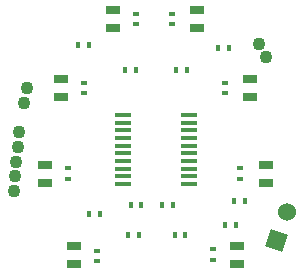
<source format=gts>
G04 (created by PCBNEW (2013-07-07 BZR 4022)-stable) date 16-09-2014 20:10:18*
%MOIN*%
G04 Gerber Fmt 3.4, Leading zero omitted, Abs format*
%FSLAX34Y34*%
G01*
G70*
G90*
G04 APERTURE LIST*
%ADD10C,0.00590551*%
%ADD11R,0.0579X0.0165*%
%ADD12R,0.045X0.025*%
%ADD13R,0.0236X0.0157*%
%ADD14R,0.0157X0.0236*%
%ADD15C,0.0433071*%
%ADD16C,0.06*%
G04 APERTURE END LIST*
G54D10*
G54D11*
X1117Y-323D03*
X1117Y-67D03*
X1117Y189D03*
X1117Y445D03*
X-1085Y-1087D03*
X1117Y-1091D03*
X1117Y-835D03*
X1117Y-579D03*
X-1087Y701D03*
X-1087Y445D03*
X-1087Y189D03*
X-1087Y-67D03*
X-1087Y-323D03*
X-1087Y-579D03*
X1117Y701D03*
X-1085Y-835D03*
X1117Y-1347D03*
X1117Y957D03*
X-1087Y957D03*
X-1087Y-1347D03*
G54D12*
X-1405Y3850D03*
X-1405Y4450D03*
X2715Y-3395D03*
X2715Y-3995D03*
X3680Y-1305D03*
X3680Y-705D03*
X3145Y1555D03*
X3145Y2155D03*
X1390Y3870D03*
X1390Y4470D03*
X-2720Y-4000D03*
X-2720Y-3400D03*
X-3685Y-710D03*
X-3685Y-1310D03*
X-3150Y1555D03*
X-3150Y2155D03*
G54D13*
X-635Y3978D03*
X-635Y4332D03*
G54D14*
X688Y2455D03*
X1042Y2455D03*
G54D13*
X565Y3978D03*
X565Y4332D03*
X-1935Y-3922D03*
X-1935Y-3568D03*
X2315Y1678D03*
X2315Y2032D03*
X-2900Y-1177D03*
X-2900Y-823D03*
X2815Y-1172D03*
X2815Y-818D03*
X1915Y-3518D03*
X1915Y-3872D03*
X-2385Y2032D03*
X-2385Y1678D03*
G54D14*
X-558Y-3045D03*
X-912Y-3045D03*
X-1012Y2455D03*
X-658Y2455D03*
X-473Y-2050D03*
X-827Y-2050D03*
X-2577Y3300D03*
X-2223Y3300D03*
X-2212Y-2345D03*
X-1858Y-2345D03*
X577Y-2050D03*
X223Y-2050D03*
X2442Y3205D03*
X2088Y3205D03*
X992Y-3045D03*
X638Y-3045D03*
X2977Y-1900D03*
X2623Y-1900D03*
X2677Y-2700D03*
X2323Y-2700D03*
G54D15*
X-4722Y-1591D03*
X-4678Y-1093D03*
X-4635Y-595D03*
X-4591Y-96D03*
X-4547Y401D03*
X3690Y2888D03*
X3440Y3321D03*
X-4378Y1358D03*
X-4291Y1851D03*
G54D10*
G36*
X4223Y-3599D02*
X3659Y-3394D01*
X3864Y-2830D01*
X4428Y-3035D01*
X4223Y-3599D01*
X4223Y-3599D01*
G37*
G54D16*
X4386Y-2275D03*
M02*

</source>
